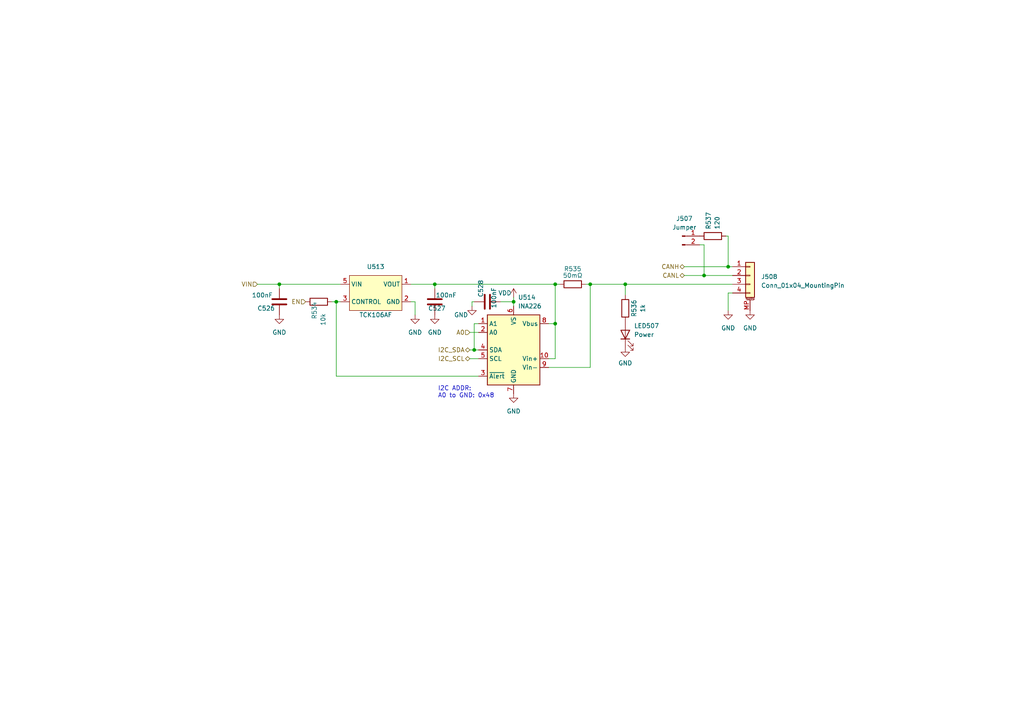
<source format=kicad_sch>
(kicad_sch (version 20231120) (generator "eeschema") (generator_version "8.0")
  (paper "A4")
  (lib_symbols
    (symbol "Connector:Conn_01x02_Pin" (pin_names (offset 1.016) hide)
      (property "Reference" "J" (at 0 2.54 0))
      (property "Value" "Conn_01x02_Pin" (at 0 -5.08 0))
      (symbol "Conn_01x02_Pin_1_1"
        (polyline (pts (xy 1.27 -2.54) (xy 0.8636 -2.54)) (stroke (width 0.1524)))
        (polyline (pts (xy 1.27 0) (xy 0.8636 0)) (stroke (width 0.1524)))
        (rectangle (start 0.8636 -2.413) (end 0 -2.667) (stroke (width 0.1524)) (fill (type outline)))
        (rectangle (start 0.8636 0.127) (end 0 -0.127) (stroke (width 0.1524)) (fill (type outline)))
        (pin passive line (at 5.08 0 180) (length 3.81) (name "Pin_1") (number "1"))
        (pin passive line (at 5.08 -2.54 180) (length 3.81) (name "Pin_2") (number "2"))
      )
    )
    (symbol "Connector_Generic_MountingPin:Conn_01x04_MountingPin" (pin_names (offset 1.016) hide)
      (property "Reference" "J" (at 0 5.08 0))
      (property "Value" "Conn_01x04_MountingPin" (at 1.27 -7.62 0))
      (symbol "Conn_01x04_MountingPin_1_1"
        (rectangle (start -1.27 -4.953) (end 0 -5.207) (stroke (width 0.1524)))
        (rectangle (start -1.27 -2.413) (end 0 -2.667) (stroke (width 0.1524)))
        (rectangle (start -1.27 0.127) (end 0 -0.127) (stroke (width 0.1524)))
        (rectangle (start -1.27 2.667) (end 0 2.413) (stroke (width 0.1524)))
        (rectangle (start -1.27 3.81) (end 1.27 -6.35) (stroke (width 0.254)) (fill (type background)))
        (polyline (pts (xy -1.016 -7.112) (xy 1.016 -7.112)) (stroke (width 0.1524)))
        (text "Mounting" (at 0 -6.731 0) (effects (font (size 0.381 0.381))))
        (pin passive line (at -5.08 2.54 0) (length 3.81) (name "Pin_1") (number "1"))
        (pin passive line (at -5.08 0 0) (length 3.81) (name "Pin_2") (number "2"))
        (pin passive line (at -5.08 -2.54 0) (length 3.81) (name "Pin_3") (number "3"))
        (pin passive line (at -5.08 -5.08 0) (length 3.81) (name "Pin_4") (number "4"))
        (pin passive line (at 0 -10.16 90) (length 3.048) (name "MountPin") (number "MP"))
      )
    )
    (symbol "Device:C" (pin_numbers hide) (pin_names (offset 0.254))
      (property "Reference" "C" (at 0.635 2.54 0))
      (property "Value" "C" (at 0.635 -2.54 0))
      (symbol "C_0_1"
        (polyline (pts (xy -2.032 -0.762) (xy 2.032 -0.762)) (stroke (width 0.508)))
        (polyline (pts (xy -2.032 0.762) (xy 2.032 0.762)) (stroke (width 0.508)))
      )
      (symbol "C_1_1"
        (pin passive line (at 0 3.81 270) (length 2.794) (name "~") (number "1"))
        (pin passive line (at 0 -3.81 90) (length 2.794) (name "~") (number "2"))
      )
    )
    (symbol "Device:LED" (pin_numbers hide) (pin_names (offset 1.016) hide)
      (property "Reference" "D" (at 0 2.54 0))
      (property "Value" "LED" (at 0 -2.54 0))
      (symbol "LED_0_1"
        (polyline (pts (xy -1.27 -1.27) (xy -1.27 1.27)) (stroke (width 0.254)))
        (polyline (pts (xy -1.27 0) (xy 1.27 0)))
        (polyline (pts (xy 1.27 -1.27) (xy 1.27 1.27) (xy -1.27 0) (xy 1.27 -1.27)) (stroke (width 0.254)))
        (polyline (pts (xy -3.048 -0.762) (xy -4.572 -2.286) (xy -3.81 -2.286) (xy -4.572 -2.286) (xy -4.572 -1.524)))
        (polyline (pts (xy -1.778 -0.762) (xy -3.302 -2.286) (xy -2.54 -2.286) (xy -3.302 -2.286) (xy -3.302 -1.524)))
      )
      (symbol "LED_1_1"
        (pin passive line (at -3.81 0 0) (length 2.54) (name "K") (number "1"))
        (pin passive line (at 3.81 0 180) (length 2.54) (name "A") (number "2"))
      )
    )
    (symbol "Device:R" (pin_numbers hide) (pin_names (offset 0))
      (property "Reference" "R" (at 2.032 0 90))
      (property "Value" "R" (at 0 0 90))
      (symbol "R_0_1"
        (rectangle (start -1.016 -2.54) (end 1.016 2.54) (stroke (width 0.254)))
      )
      (symbol "R_1_1"
        (pin passive line (at 0 3.81 270) (length 1.27) (name "~") (number "1"))
        (pin passive line (at 0 -3.81 90) (length 1.27) (name "~") (number "2"))
      )
    )
    (symbol "Sensor_Energy:INA226"
      (property "Reference" "U" (at -6.35 11.43 0))
      (property "Value" "INA226" (at 3.81 11.43 0))
      (symbol "INA226_0_1"
        (rectangle (start 7.62 10.16) (end -7.62 -10.16) (stroke (width 0.254)) (fill (type background)))
      )
      (symbol "INA226_1_1"
        (pin input line (at 10.16 7.62 180) (length 2.54) (name "A1") (number "1"))
        (pin input line (at -10.16 -2.54 0) (length 2.54) (name "Vin+") (number "10"))
        (pin input line (at 10.16 5.08 180) (length 2.54) (name "A0") (number "2"))
        (pin open_collector line (at 10.16 -7.62 180) (length 2.54) (name "~{Alert}") (number "3"))
        (pin bidirectional line (at 10.16 0 180) (length 2.54) (name "SDA") (number "4"))
        (pin input line (at 10.16 -2.54 180) (length 2.54) (name "SCL") (number "5"))
        (pin power_in line (at 0 12.7 270) (length 2.54) (name "VS") (number "6"))
        (pin power_in line (at 0 -12.7 90) (length 2.54) (name "GND") (number "7"))
        (pin input line (at -10.16 7.62 0) (length 2.54) (name "Vbus") (number "8"))
        (pin input line (at -10.16 -5.08 0) (length 2.54) (name "Vin-") (number "9"))
      )
    )
    (symbol "WOBCLibrary:TCK106AF"
      (property "Reference" "U" (at 0 6.35 0))
      (symbol "TCK106AF_1_1"
        (rectangle (start -7.62 5.08) (end 7.62 -5.08) (fill (type background)))
        (pin power_out line (at 10.16 2.54 180) (length 2.54) (name "VOUT") (number "1"))
        (pin power_in line (at 10.16 -2.54 180) (length 2.54) (name "GND") (number "2"))
        (pin input line (at -10.16 -2.54 0) (length 2.54) (name "CONTROL") (number "3"))
        (pin power_in line (at 0 -5.08 180) (length 2.54) hide (name "NC") (number "4"))
        (pin power_in line (at -10.16 2.54 0) (length 2.54) (name "VIN") (number "5"))
      )
    )
    (symbol "power:GND" (power) (pin_names (offset 0))
      (property "Value" "GND" (at 0 -3.81 0))
      (symbol "GND_0_1"
        (polyline (pts (xy 0 0) (xy 0 -1.27) (xy 1.27 -1.27) (xy 0 -2.54) (xy -1.27 -1.27) (xy 0 -1.27)))
      )
      (symbol "GND_1_1"
        (pin power_in line (at 0 0 270) (length 0) hide (name "GND") (number "1"))
      )
    )
    (symbol "power:VDD" (power) (pin_names (offset 0))
      (property "Value" "VDD" (at 0 3.81 0))
      (symbol "VDD_0_1"
        (polyline (pts (xy -0.762 1.27) (xy 0 2.54)))
        (polyline (pts (xy 0 0) (xy 0 2.54)))
        (polyline (pts (xy 0 2.54) (xy 0.762 1.27)))
      )
      (symbol "VDD_1_1"
        (pin power_in line (at 0 0 90) (length 0) hide (name "VDD") (number "1"))
      )
    )
  )
  (junction (at 211.1982 77.365))
  (junction (at 126.1082 82.445))
  (junction (at 97.5332 87.525))
  (junction (at 81.0232 82.445))
  (junction (at 161.0332 93.875))
  (junction (at 137.5382 101.495))
  (junction (at 161.0332 82.445))
  (junction (at 171.1932 82.445))
  (junction (at 148.9682 87.525))
  (junction (at 204.2132 79.905))
  (junction (at 181.3532 82.445))
  (wire (pts (xy 159.1282 104.035) (xy 161.0332 104.035)))
  (wire (pts (xy 161.0332 82.445) (xy 161.0332 93.875)))
  (wire (pts (xy 120.3932 87.525) (xy 119.1232 87.525)))
  (wire (pts (xy 81.0232 82.445) (xy 81.0232 83.715)))
  (wire (pts (xy 136.2682 101.495) (xy 137.5382 101.495)))
  (wire (pts (xy 126.1082 82.445) (xy 126.1082 83.715)))
  (wire (pts (xy 161.0332 82.445) (xy 162.3032 82.445)))
  (wire (pts (xy 137.5382 93.875) (xy 137.5382 101.495)))
  (wire (pts (xy 145.1582 87.525) (xy 148.9682 87.525)))
  (wire (pts (xy 212.4682 84.985) (xy 211.1982 84.985)))
  (wire (pts (xy 120.3932 91.335) (xy 120.3932 87.525)))
  (wire (pts (xy 169.9232 82.445) (xy 171.1932 82.445)))
  (wire (pts (xy 138.8082 109.115) (xy 97.5332 109.115)))
  (wire (pts (xy 148.9682 87.525) (xy 148.9682 88.795)))
  (wire (pts (xy 136.9032 87.525) (xy 137.5382 87.525)))
  (wire (pts (xy 97.5332 87.525) (xy 98.8032 87.525)))
  (wire (pts (xy 148.9682 86.255) (xy 148.9682 87.525)))
  (wire (pts (xy 211.1982 68.475) (xy 211.1982 77.365)))
  (wire (pts (xy 136.2682 96.415) (xy 138.8082 96.415)))
  (wire (pts (xy 96.2632 87.525) (xy 97.5332 87.525)))
  (wire (pts (xy 204.2132 71.015) (xy 204.2132 79.905)))
  (wire (pts (xy 159.1282 106.575) (xy 171.1932 106.575)))
  (wire (pts (xy 136.9032 87.525) (xy 136.9032 88.795)))
  (wire (pts (xy 171.1932 82.445) (xy 171.1932 106.575)))
  (wire (pts (xy 171.1932 82.445) (xy 181.3532 82.445)))
  (wire (pts (xy 81.0232 82.445) (xy 98.8032 82.445)))
  (wire (pts (xy 211.1982 77.365) (xy 212.4682 77.365)))
  (wire (pts (xy 198.4982 79.905) (xy 204.2132 79.905)))
  (wire (pts (xy 126.1082 82.445) (xy 161.0332 82.445)))
  (wire (pts (xy 211.1982 84.985) (xy 211.1982 90.065)))
  (wire (pts (xy 161.0332 93.875) (xy 161.0332 104.035)))
  (wire (pts (xy 204.2132 79.905) (xy 212.4682 79.905)))
  (wire (pts (xy 138.8082 93.875) (xy 137.5382 93.875)))
  (wire (pts (xy 202.9432 71.015) (xy 204.2132 71.015)))
  (wire (pts (xy 74.6732 82.445) (xy 81.0232 82.445)))
  (wire (pts (xy 137.5382 101.495) (xy 138.8082 101.495)))
  (wire (pts (xy 136.2682 104.035) (xy 138.8082 104.035)))
  (wire (pts (xy 210.5632 68.475) (xy 211.1982 68.475)))
  (wire (pts (xy 97.5332 109.115) (xy 97.5332 87.525)))
  (wire (pts (xy 119.1232 82.445) (xy 126.1082 82.445)))
  (wire (pts (xy 181.3532 82.445) (xy 181.3532 85.62)))
  (wire (pts (xy 159.1282 93.875) (xy 161.0332 93.875)))
  (wire (pts (xy 198.4982 77.365) (xy 211.1982 77.365)))
  (wire (pts (xy 181.3532 82.445) (xy 212.4682 82.445)))
  (text "I2C ADDR: \nA0 to GND: 0x48" (at 127 115.57 0) (effects (font (size 1.27 1.27)) (justify left bottom)))
  (hierarchical_label "CANL" (shape bidirectional) (at 198.4982 79.905 180))
  (hierarchical_label "EN" (shape input) (at 88.6432 87.525 180))
  (hierarchical_label "I2C_SDA" (shape bidirectional) (at 136.2682 101.495 180))
  (hierarchical_label "CANH" (shape bidirectional) (at 198.4982 77.365 180))
  (hierarchical_label "A0" (shape input) (at 136.2682 96.415 180))
  (hierarchical_label "VIN" (shape input) (at 74.6732 82.445 180))
  (hierarchical_label "I2C_SCL" (shape bidirectional) (at 136.2682 104.035 180))
  (symbol (lib_id "power:GND") (at 148.9682 114.195 0) (unit 1)
    (property "Reference" "#PWR0580" (effects (hide yes)))
    (property "Value" "GND" (at 148.9682 119.275 0))
  )
  (symbol (lib_id "Device:R") (at 166.1132 82.445 90) (unit 1)
    (property "Reference" "R535" (at 166.1132 78 90))
    (property "Value" "50mΩ" (at 166.1132 79.905 90))
    (property "Footprint" "Resistor_SMD:R_0805_2012Metric" (effects (hide yes)))
    (property "LCSC" "C247588" (effects (hide yes)))
  )
  (symbol (lib_id "Sensor_Energy:INA226") (at 148.9682 101.495 0) (mirror y) (unit 1)
    (property "Reference" "U514" (at 150.2382 86.255 0) (effects (justify right)))
    (property "Value" "INA226" (at 150.2382 88.795 0) (effects (justify right)))
    (property "Footprint" "Package_SO:VSSOP-10_3x3mm_P0.5mm" (effects (hide yes)))
    (property "Datasheet" "http://www.ti.com/lit/ds/symlink/ina226.pdf" (effects (hide yes)))
    (property "LCSC" "C49851" (effects (hide yes)))
  )
  (symbol (lib_id "power:GND") (at 136.9032 88.795 0) (unit 1)
    (property "Reference" "#PWR0578" (effects (hide yes)))
    (property "Value" "GND" (at 133.7282 91.335 0))
  )
  (symbol (lib_id "Connector_Generic_MountingPin:Conn_01x04_MountingPin") (at 217.5482 79.905 0) (unit 1)
    (property "Reference" "J508" (at 220.7232 80.2606 0) (effects (justify left)))
    (property "Value" "Conn_01x04_MountingPin" (at 220.7232 82.8006 0) (effects (justify left)))
    (property "Footprint" "WOBCLibrary:Grove_4P_L_SMD" (effects (hide yes)))
  )
  (symbol (lib_id "power:GND") (at 217.5482 90.065 0) (unit 1)
    (property "Reference" "#PWR0583" (effects (hide yes)))
    (property "Value" "GND" (at 217.5482 95.145 0))
  )
  (symbol (lib_id "Device:R") (at 206.7532 68.475 90) (unit 1)
    (property "Reference" "R537" (at 205.4832 66.57 0) (effects (justify left)))
    (property "Value" "120" (at 208.0232 66.57 0) (effects (justify left)))
    (property "Footprint" "Resistor_SMD:R_0402_1005Metric" (effects (hide yes)))
    (property "LCSC" "C25079" (effects (hide yes)))
  )
  (symbol (lib_id "power:GND") (at 181.3532 100.86 0) (unit 1)
    (property "Reference" "#PWR0581" (effects (hide yes)))
    (property "Value" "GND" (at 181.3532 105.305 0))
  )
  (symbol (lib_id "Device:R") (at 181.3532 89.43 180) (unit 1)
    (property "Reference" "R536" (at 183.8932 89.43 90))
    (property "Value" "1k" (at 186.4332 89.43 90))
    (property "Footprint" "Resistor_SMD:R_0402_1005Metric" (effects (hide yes)))
    (property "LCSC" "C11702" (effects (hide yes)))
  )
  (symbol (lib_id "Device:C") (at 126.1082 87.525 180) (unit 1)
    (property "Reference" "C527" (at 129.2832 89.43 0) (effects (justify left)))
    (property "Value" "100nF" (at 132.4582 85.62 0) (effects (justify left)))
    (property "Footprint" "Capacitor_SMD:C_0402_1005Metric" (effects (hide yes)))
    (property "LCSC" "C1525" (effects (hide yes)))
  )
  (symbol (lib_id "power:GND") (at 120.3932 91.335 0) (unit 1)
    (property "Reference" "#PWR0576" (effects (hide yes)))
    (property "Value" "GND" (at 120.3932 96.415 0))
  )
  (symbol (lib_id "power:GND") (at 126.1082 91.335 0) (unit 1)
    (property "Reference" "#PWR0577" (effects (hide yes)))
    (property "Value" "GND" (at 126.1082 96.415 0))
  )
  (symbol (lib_id "WOBCLibrary:TCK106AF") (at 108.9632 84.985 0) (unit 1)
    (property "Reference" "U513" (at 108.9632 77.365 0))
    (property "Value" "TCK106AF" (at 108.9632 91.335 0))
    (property "Footprint" "WOBCLibrary:WCSPD-4(0.8x0.8)" (effects (hide yes)))
    (property "LCSC" "C146305" (effects (hide yes)))
  )
  (symbol (lib_id "power:GND") (at 81.0232 91.335 0) (unit 1)
    (property "Reference" "#PWR0575" (effects (hide yes)))
    (property "Value" "GND" (at 81.0232 96.415 0))
  )
  (symbol (lib_id "Device:LED") (at 181.3532 97.05 90) (unit 1)
    (property "Reference" "LED507" (at 183.8932 94.51 90) (effects (justify right)))
    (property "Value" "Power" (at 183.8932 97.05 90) (effects (justify right)))
    (property "Footprint" "LED_SMD:LED_0603_1608Metric" (effects (hide yes)))
    (property "LCSC" "C2297" (effects (hide yes)))
  )
  (symbol (lib_id "Connector:Conn_01x02_Pin") (at 197.8632 68.475 0) (unit 1)
    (property "Reference" "J507" (at 198.4982 63.395 0))
    (property "Value" "Jumper" (at 198.4982 65.935 0))
    (property "Footprint" "Connector_PinHeader_1.27mm:PinHeader_1x02_P1.27mm_Vertical" (effects (hide yes)))
  )
  (symbol (lib_id "power:VDD") (at 148.9682 86.255 0) (unit 1)
    (property "Reference" "#PWR0579" (effects (hide yes)))
    (property "Value" "VDD" (at 146.4282 84.985 0))
  )
  (symbol (lib_id "Device:C") (at 141.3482 87.525 90) (unit 1)
    (property "Reference" "C528" (at 139.4432 86.255 0) (effects (justify left)))
    (property "Value" "100nF" (at 143.2532 89.43 0) (effects (justify left)))
    (property "Footprint" "Capacitor_SMD:C_0402_1005Metric" (effects (hide yes)))
    (property "LCSC" "C1525" (effects (hide yes)))
  )
  (symbol (lib_id "Device:R") (at 92.4532 87.525 90) (unit 1)
    (property "Reference" "R534" (at 91.1832 92.605 0) (effects (justify left)))
    (property "Value" "10k" (at 93.7232 94.51 0) (effects (justify left)))
    (property "Footprint" "Resistor_SMD:R_0402_1005Metric" (effects (hide yes)))
    (property "LCSC" "C25744" (effects (hide yes)))
  )
  (symbol (lib_id "Device:C") (at 81.0232 87.525 180) (unit 1)
    (property "Reference" "C526" (at 79.7532 89.43 0) (effects (justify left)))
    (property "Value" "100nF" (at 79.1182 85.62 0) (effects (justify left)))
    (property "Footprint" "Capacitor_SMD:C_0402_1005Metric" (effects (hide yes)))
    (property "LCSC" "C1525" (effects (hide yes)))
  )
  (symbol (lib_id "power:GND") (at 211.1982 90.065 0) (unit 1)
    (property "Reference" "#PWR0582" (effects (hide yes)))
    (property "Value" "GND" (at 211.1982 95.145 0))
  )
)
</source>
